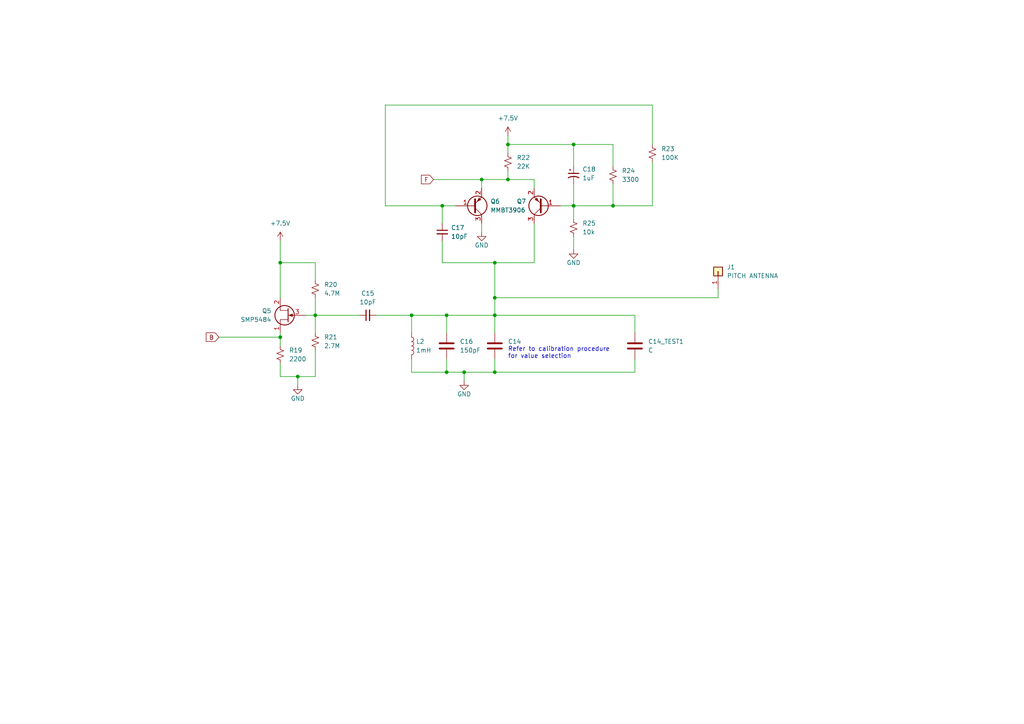
<source format=kicad_sch>
(kicad_sch (version 20211123) (generator eeschema)

  (uuid b0c2739f-c3d0-4727-9db0-ad9894b43d95)

  (paper "A4")

  (lib_symbols
    (symbol "Connector_Generic:Conn_01x01" (pin_names (offset 1.016) hide) (in_bom yes) (on_board yes)
      (property "Reference" "J" (id 0) (at 0 2.54 0)
        (effects (font (size 1.27 1.27)))
      )
      (property "Value" "Conn_01x01" (id 1) (at 0 -2.54 0)
        (effects (font (size 1.27 1.27)))
      )
      (property "Footprint" "" (id 2) (at 0 0 0)
        (effects (font (size 1.27 1.27)) hide)
      )
      (property "Datasheet" "~" (id 3) (at 0 0 0)
        (effects (font (size 1.27 1.27)) hide)
      )
      (property "ki_keywords" "connector" (id 4) (at 0 0 0)
        (effects (font (size 1.27 1.27)) hide)
      )
      (property "ki_description" "Generic connector, single row, 01x01, script generated (kicad-library-utils/schlib/autogen/connector/)" (id 5) (at 0 0 0)
        (effects (font (size 1.27 1.27)) hide)
      )
      (property "ki_fp_filters" "Connector*:*_1x??_*" (id 6) (at 0 0 0)
        (effects (font (size 1.27 1.27)) hide)
      )
      (symbol "Conn_01x01_1_1"
        (rectangle (start -1.27 0.127) (end 0 -0.127)
          (stroke (width 0.1524) (type default) (color 0 0 0 0))
          (fill (type none))
        )
        (rectangle (start -1.27 1.27) (end 1.27 -1.27)
          (stroke (width 0.254) (type default) (color 0 0 0 0))
          (fill (type background))
        )
        (pin passive line (at -5.08 0 0) (length 3.81)
          (name "Pin_1" (effects (font (size 1.27 1.27))))
          (number "1" (effects (font (size 1.27 1.27))))
        )
      )
    )
    (symbol "Device:C" (pin_numbers hide) (pin_names (offset 0.254)) (in_bom yes) (on_board yes)
      (property "Reference" "C" (id 0) (at 0.635 2.54 0)
        (effects (font (size 1.27 1.27)) (justify left))
      )
      (property "Value" "C" (id 1) (at 0.635 -2.54 0)
        (effects (font (size 1.27 1.27)) (justify left))
      )
      (property "Footprint" "" (id 2) (at 0.9652 -3.81 0)
        (effects (font (size 1.27 1.27)) hide)
      )
      (property "Datasheet" "~" (id 3) (at 0 0 0)
        (effects (font (size 1.27 1.27)) hide)
      )
      (property "ki_keywords" "cap capacitor" (id 4) (at 0 0 0)
        (effects (font (size 1.27 1.27)) hide)
      )
      (property "ki_description" "Unpolarized capacitor" (id 5) (at 0 0 0)
        (effects (font (size 1.27 1.27)) hide)
      )
      (property "ki_fp_filters" "C_*" (id 6) (at 0 0 0)
        (effects (font (size 1.27 1.27)) hide)
      )
      (symbol "C_0_1"
        (polyline
          (pts
            (xy -2.032 -0.762)
            (xy 2.032 -0.762)
          )
          (stroke (width 0.508) (type default) (color 0 0 0 0))
          (fill (type none))
        )
        (polyline
          (pts
            (xy -2.032 0.762)
            (xy 2.032 0.762)
          )
          (stroke (width 0.508) (type default) (color 0 0 0 0))
          (fill (type none))
        )
      )
      (symbol "C_1_1"
        (pin passive line (at 0 3.81 270) (length 2.794)
          (name "~" (effects (font (size 1.27 1.27))))
          (number "1" (effects (font (size 1.27 1.27))))
        )
        (pin passive line (at 0 -3.81 90) (length 2.794)
          (name "~" (effects (font (size 1.27 1.27))))
          (number "2" (effects (font (size 1.27 1.27))))
        )
      )
    )
    (symbol "Device:C_Polarized_Small_US" (pin_numbers hide) (pin_names (offset 0.254) hide) (in_bom yes) (on_board yes)
      (property "Reference" "C" (id 0) (at 0.254 1.778 0)
        (effects (font (size 1.27 1.27)) (justify left))
      )
      (property "Value" "C_Polarized_Small_US" (id 1) (at 0.254 -2.032 0)
        (effects (font (size 1.27 1.27)) (justify left))
      )
      (property "Footprint" "" (id 2) (at 0 0 0)
        (effects (font (size 1.27 1.27)) hide)
      )
      (property "Datasheet" "~" (id 3) (at 0 0 0)
        (effects (font (size 1.27 1.27)) hide)
      )
      (property "ki_keywords" "cap capacitor" (id 4) (at 0 0 0)
        (effects (font (size 1.27 1.27)) hide)
      )
      (property "ki_description" "Polarized capacitor, small US symbol" (id 5) (at 0 0 0)
        (effects (font (size 1.27 1.27)) hide)
      )
      (property "ki_fp_filters" "CP_*" (id 6) (at 0 0 0)
        (effects (font (size 1.27 1.27)) hide)
      )
      (symbol "C_Polarized_Small_US_0_1"
        (polyline
          (pts
            (xy -1.524 0.508)
            (xy 1.524 0.508)
          )
          (stroke (width 0.3048) (type default) (color 0 0 0 0))
          (fill (type none))
        )
        (polyline
          (pts
            (xy -1.27 1.524)
            (xy -0.762 1.524)
          )
          (stroke (width 0) (type default) (color 0 0 0 0))
          (fill (type none))
        )
        (polyline
          (pts
            (xy -1.016 1.27)
            (xy -1.016 1.778)
          )
          (stroke (width 0) (type default) (color 0 0 0 0))
          (fill (type none))
        )
        (arc (start 1.524 -0.762) (mid 0 -0.3734) (end -1.524 -0.762)
          (stroke (width 0.3048) (type default) (color 0 0 0 0))
          (fill (type none))
        )
      )
      (symbol "C_Polarized_Small_US_1_1"
        (pin passive line (at 0 2.54 270) (length 2.032)
          (name "~" (effects (font (size 1.27 1.27))))
          (number "1" (effects (font (size 1.27 1.27))))
        )
        (pin passive line (at 0 -2.54 90) (length 2.032)
          (name "~" (effects (font (size 1.27 1.27))))
          (number "2" (effects (font (size 1.27 1.27))))
        )
      )
    )
    (symbol "Device:C_Small" (pin_numbers hide) (pin_names (offset 0.254) hide) (in_bom yes) (on_board yes)
      (property "Reference" "C" (id 0) (at 0.254 1.778 0)
        (effects (font (size 1.27 1.27)) (justify left))
      )
      (property "Value" "C_Small" (id 1) (at 0.254 -2.032 0)
        (effects (font (size 1.27 1.27)) (justify left))
      )
      (property "Footprint" "" (id 2) (at 0 0 0)
        (effects (font (size 1.27 1.27)) hide)
      )
      (property "Datasheet" "~" (id 3) (at 0 0 0)
        (effects (font (size 1.27 1.27)) hide)
      )
      (property "ki_keywords" "capacitor cap" (id 4) (at 0 0 0)
        (effects (font (size 1.27 1.27)) hide)
      )
      (property "ki_description" "Unpolarized capacitor, small symbol" (id 5) (at 0 0 0)
        (effects (font (size 1.27 1.27)) hide)
      )
      (property "ki_fp_filters" "C_*" (id 6) (at 0 0 0)
        (effects (font (size 1.27 1.27)) hide)
      )
      (symbol "C_Small_0_1"
        (polyline
          (pts
            (xy -1.524 -0.508)
            (xy 1.524 -0.508)
          )
          (stroke (width 0.3302) (type default) (color 0 0 0 0))
          (fill (type none))
        )
        (polyline
          (pts
            (xy -1.524 0.508)
            (xy 1.524 0.508)
          )
          (stroke (width 0.3048) (type default) (color 0 0 0 0))
          (fill (type none))
        )
      )
      (symbol "C_Small_1_1"
        (pin passive line (at 0 2.54 270) (length 2.032)
          (name "~" (effects (font (size 1.27 1.27))))
          (number "1" (effects (font (size 1.27 1.27))))
        )
        (pin passive line (at 0 -2.54 90) (length 2.032)
          (name "~" (effects (font (size 1.27 1.27))))
          (number "2" (effects (font (size 1.27 1.27))))
        )
      )
    )
    (symbol "Device:L" (pin_numbers hide) (pin_names (offset 1.016) hide) (in_bom yes) (on_board yes)
      (property "Reference" "L" (id 0) (at -1.27 0 90)
        (effects (font (size 1.27 1.27)))
      )
      (property "Value" "L" (id 1) (at 1.905 0 90)
        (effects (font (size 1.27 1.27)))
      )
      (property "Footprint" "" (id 2) (at 0 0 0)
        (effects (font (size 1.27 1.27)) hide)
      )
      (property "Datasheet" "~" (id 3) (at 0 0 0)
        (effects (font (size 1.27 1.27)) hide)
      )
      (property "ki_keywords" "inductor choke coil reactor magnetic" (id 4) (at 0 0 0)
        (effects (font (size 1.27 1.27)) hide)
      )
      (property "ki_description" "Inductor" (id 5) (at 0 0 0)
        (effects (font (size 1.27 1.27)) hide)
      )
      (property "ki_fp_filters" "Choke_* *Coil* Inductor_* L_*" (id 6) (at 0 0 0)
        (effects (font (size 1.27 1.27)) hide)
      )
      (symbol "L_0_1"
        (arc (start 0 -2.54) (mid 0.635 -1.905) (end 0 -1.27)
          (stroke (width 0) (type default) (color 0 0 0 0))
          (fill (type none))
        )
        (arc (start 0 -1.27) (mid 0.635 -0.635) (end 0 0)
          (stroke (width 0) (type default) (color 0 0 0 0))
          (fill (type none))
        )
        (arc (start 0 0) (mid 0.635 0.635) (end 0 1.27)
          (stroke (width 0) (type default) (color 0 0 0 0))
          (fill (type none))
        )
        (arc (start 0 1.27) (mid 0.635 1.905) (end 0 2.54)
          (stroke (width 0) (type default) (color 0 0 0 0))
          (fill (type none))
        )
      )
      (symbol "L_1_1"
        (pin passive line (at 0 3.81 270) (length 1.27)
          (name "1" (effects (font (size 1.27 1.27))))
          (number "1" (effects (font (size 1.27 1.27))))
        )
        (pin passive line (at 0 -3.81 90) (length 1.27)
          (name "2" (effects (font (size 1.27 1.27))))
          (number "2" (effects (font (size 1.27 1.27))))
        )
      )
    )
    (symbol "Device:Q_NJFET_SDG" (pin_names (offset 0) hide) (in_bom yes) (on_board yes)
      (property "Reference" "Q" (id 0) (at 5.08 1.27 0)
        (effects (font (size 1.27 1.27)) (justify left))
      )
      (property "Value" "Q_NJFET_SDG" (id 1) (at 5.08 -1.27 0)
        (effects (font (size 1.27 1.27)) (justify left))
      )
      (property "Footprint" "" (id 2) (at 5.08 2.54 0)
        (effects (font (size 1.27 1.27)) hide)
      )
      (property "Datasheet" "~" (id 3) (at 0 0 0)
        (effects (font (size 1.27 1.27)) hide)
      )
      (property "ki_keywords" "transistor NJFET N-JFET" (id 4) (at 0 0 0)
        (effects (font (size 1.27 1.27)) hide)
      )
      (property "ki_description" "N-JFET transistor, source/drain/gate" (id 5) (at 0 0 0)
        (effects (font (size 1.27 1.27)) hide)
      )
      (symbol "Q_NJFET_SDG_0_1"
        (polyline
          (pts
            (xy 0.254 1.905)
            (xy 0.254 -1.905)
            (xy 0.254 -1.905)
          )
          (stroke (width 0.254) (type default) (color 0 0 0 0))
          (fill (type none))
        )
        (polyline
          (pts
            (xy 2.54 -2.54)
            (xy 2.54 -1.27)
            (xy 0.254 -1.27)
          )
          (stroke (width 0) (type default) (color 0 0 0 0))
          (fill (type none))
        )
        (polyline
          (pts
            (xy 2.54 2.54)
            (xy 2.54 1.397)
            (xy 0.254 1.397)
          )
          (stroke (width 0) (type default) (color 0 0 0 0))
          (fill (type none))
        )
        (polyline
          (pts
            (xy 0 0)
            (xy -1.016 0.381)
            (xy -1.016 -0.381)
            (xy 0 0)
          )
          (stroke (width 0) (type default) (color 0 0 0 0))
          (fill (type outline))
        )
        (circle (center 1.27 0) (radius 2.8194)
          (stroke (width 0.254) (type default) (color 0 0 0 0))
          (fill (type none))
        )
      )
      (symbol "Q_NJFET_SDG_1_1"
        (pin passive line (at 2.54 -5.08 90) (length 2.54)
          (name "S" (effects (font (size 1.27 1.27))))
          (number "1" (effects (font (size 1.27 1.27))))
        )
        (pin passive line (at 2.54 5.08 270) (length 2.54)
          (name "D" (effects (font (size 1.27 1.27))))
          (number "2" (effects (font (size 1.27 1.27))))
        )
        (pin input line (at -5.08 0 0) (length 5.334)
          (name "G" (effects (font (size 1.27 1.27))))
          (number "3" (effects (font (size 1.27 1.27))))
        )
      )
    )
    (symbol "Device:R_Small_US" (pin_numbers hide) (pin_names (offset 0.254) hide) (in_bom yes) (on_board yes)
      (property "Reference" "R" (id 0) (at 0.762 0.508 0)
        (effects (font (size 1.27 1.27)) (justify left))
      )
      (property "Value" "R_Small_US" (id 1) (at 0.762 -1.016 0)
        (effects (font (size 1.27 1.27)) (justify left))
      )
      (property "Footprint" "" (id 2) (at 0 0 0)
        (effects (font (size 1.27 1.27)) hide)
      )
      (property "Datasheet" "~" (id 3) (at 0 0 0)
        (effects (font (size 1.27 1.27)) hide)
      )
      (property "ki_keywords" "r resistor" (id 4) (at 0 0 0)
        (effects (font (size 1.27 1.27)) hide)
      )
      (property "ki_description" "Resistor, small US symbol" (id 5) (at 0 0 0)
        (effects (font (size 1.27 1.27)) hide)
      )
      (property "ki_fp_filters" "R_*" (id 6) (at 0 0 0)
        (effects (font (size 1.27 1.27)) hide)
      )
      (symbol "R_Small_US_1_1"
        (polyline
          (pts
            (xy 0 0)
            (xy 1.016 -0.381)
            (xy 0 -0.762)
            (xy -1.016 -1.143)
            (xy 0 -1.524)
          )
          (stroke (width 0) (type default) (color 0 0 0 0))
          (fill (type none))
        )
        (polyline
          (pts
            (xy 0 1.524)
            (xy 1.016 1.143)
            (xy 0 0.762)
            (xy -1.016 0.381)
            (xy 0 0)
          )
          (stroke (width 0) (type default) (color 0 0 0 0))
          (fill (type none))
        )
        (pin passive line (at 0 2.54 270) (length 1.016)
          (name "~" (effects (font (size 1.27 1.27))))
          (number "1" (effects (font (size 1.27 1.27))))
        )
        (pin passive line (at 0 -2.54 90) (length 1.016)
          (name "~" (effects (font (size 1.27 1.27))))
          (number "2" (effects (font (size 1.27 1.27))))
        )
      )
    )
    (symbol "Transistor_BJT:MMBT3906" (pin_names (offset 0) hide) (in_bom yes) (on_board yes)
      (property "Reference" "Q" (id 0) (at 5.08 1.905 0)
        (effects (font (size 1.27 1.27)) (justify left))
      )
      (property "Value" "MMBT3906" (id 1) (at 5.08 0 0)
        (effects (font (size 1.27 1.27)) (justify left))
      )
      (property "Footprint" "Package_TO_SOT_SMD:SOT-23" (id 2) (at 5.08 -1.905 0)
        (effects (font (size 1.27 1.27) italic) (justify left) hide)
      )
      (property "Datasheet" "https://www.onsemi.com/pub/Collateral/2N3906-D.PDF" (id 3) (at 0 0 0)
        (effects (font (size 1.27 1.27)) (justify left) hide)
      )
      (property "ki_keywords" "PNP Transistor" (id 4) (at 0 0 0)
        (effects (font (size 1.27 1.27)) hide)
      )
      (property "ki_description" "-0.2A Ic, -40V Vce, Small Signal PNP Transistor, SOT-23" (id 5) (at 0 0 0)
        (effects (font (size 1.27 1.27)) hide)
      )
      (property "ki_fp_filters" "SOT?23*" (id 6) (at 0 0 0)
        (effects (font (size 1.27 1.27)) hide)
      )
      (symbol "MMBT3906_0_1"
        (polyline
          (pts
            (xy 0.635 0.635)
            (xy 2.54 2.54)
          )
          (stroke (width 0) (type default) (color 0 0 0 0))
          (fill (type none))
        )
        (polyline
          (pts
            (xy 0.635 -0.635)
            (xy 2.54 -2.54)
            (xy 2.54 -2.54)
          )
          (stroke (width 0) (type default) (color 0 0 0 0))
          (fill (type none))
        )
        (polyline
          (pts
            (xy 0.635 1.905)
            (xy 0.635 -1.905)
            (xy 0.635 -1.905)
          )
          (stroke (width 0.508) (type default) (color 0 0 0 0))
          (fill (type none))
        )
        (polyline
          (pts
            (xy 2.286 -1.778)
            (xy 1.778 -2.286)
            (xy 1.27 -1.27)
            (xy 2.286 -1.778)
            (xy 2.286 -1.778)
          )
          (stroke (width 0) (type default) (color 0 0 0 0))
          (fill (type outline))
        )
        (circle (center 1.27 0) (radius 2.8194)
          (stroke (width 0.254) (type default) (color 0 0 0 0))
          (fill (type none))
        )
      )
      (symbol "MMBT3906_1_1"
        (pin input line (at -5.08 0 0) (length 5.715)
          (name "B" (effects (font (size 1.27 1.27))))
          (number "1" (effects (font (size 1.27 1.27))))
        )
        (pin passive line (at 2.54 -5.08 90) (length 2.54)
          (name "E" (effects (font (size 1.27 1.27))))
          (number "2" (effects (font (size 1.27 1.27))))
        )
        (pin passive line (at 2.54 5.08 270) (length 2.54)
          (name "C" (effects (font (size 1.27 1.27))))
          (number "3" (effects (font (size 1.27 1.27))))
        )
      )
    )
    (symbol "power:+7.5V" (power) (pin_names (offset 0)) (in_bom yes) (on_board yes)
      (property "Reference" "#PWR" (id 0) (at 0 -3.81 0)
        (effects (font (size 1.27 1.27)) hide)
      )
      (property "Value" "+7.5V" (id 1) (at 0 3.556 0)
        (effects (font (size 1.27 1.27)))
      )
      (property "Footprint" "" (id 2) (at 0 0 0)
        (effects (font (size 1.27 1.27)) hide)
      )
      (property "Datasheet" "" (id 3) (at 0 0 0)
        (effects (font (size 1.27 1.27)) hide)
      )
      (property "ki_keywords" "power-flag" (id 4) (at 0 0 0)
        (effects (font (size 1.27 1.27)) hide)
      )
      (property "ki_description" "Power symbol creates a global label with name \"+7.5V\"" (id 5) (at 0 0 0)
        (effects (font (size 1.27 1.27)) hide)
      )
      (symbol "+7.5V_0_1"
        (polyline
          (pts
            (xy -0.762 1.27)
            (xy 0 2.54)
          )
          (stroke (width 0) (type default) (color 0 0 0 0))
          (fill (type none))
        )
        (polyline
          (pts
            (xy 0 0)
            (xy 0 2.54)
          )
          (stroke (width 0) (type default) (color 0 0 0 0))
          (fill (type none))
        )
        (polyline
          (pts
            (xy 0 2.54)
            (xy 0.762 1.27)
          )
          (stroke (width 0) (type default) (color 0 0 0 0))
          (fill (type none))
        )
      )
      (symbol "+7.5V_1_1"
        (pin power_in line (at 0 0 90) (length 0) hide
          (name "+7.5V" (effects (font (size 1.27 1.27))))
          (number "1" (effects (font (size 1.27 1.27))))
        )
      )
    )
    (symbol "power:GND" (power) (pin_names (offset 0)) (in_bom yes) (on_board yes)
      (property "Reference" "#PWR" (id 0) (at 0 -6.35 0)
        (effects (font (size 1.27 1.27)) hide)
      )
      (property "Value" "GND" (id 1) (at 0 -3.81 0)
        (effects (font (size 1.27 1.27)))
      )
      (property "Footprint" "" (id 2) (at 0 0 0)
        (effects (font (size 1.27 1.27)) hide)
      )
      (property "Datasheet" "" (id 3) (at 0 0 0)
        (effects (font (size 1.27 1.27)) hide)
      )
      (property "ki_keywords" "power-flag" (id 4) (at 0 0 0)
        (effects (font (size 1.27 1.27)) hide)
      )
      (property "ki_description" "Power symbol creates a global label with name \"GND\" , ground" (id 5) (at 0 0 0)
        (effects (font (size 1.27 1.27)) hide)
      )
      (symbol "GND_0_1"
        (polyline
          (pts
            (xy 0 0)
            (xy 0 -1.27)
            (xy 1.27 -1.27)
            (xy 0 -2.54)
            (xy -1.27 -1.27)
            (xy 0 -1.27)
          )
          (stroke (width 0) (type default) (color 0 0 0 0))
          (fill (type none))
        )
      )
      (symbol "GND_1_1"
        (pin power_in line (at 0 0 270) (length 0) hide
          (name "GND" (effects (font (size 1.27 1.27))))
          (number "1" (effects (font (size 1.27 1.27))))
        )
      )
    )
  )

  (junction (at 177.8 59.69) (diameter 0) (color 0 0 0 0)
    (uuid 072b5fc2-bbe2-4d58-bef8-d0439391050d)
  )
  (junction (at 86.36 109.22) (diameter 0) (color 0 0 0 0)
    (uuid 088d85b0-69db-4b01-ba90-10065971dcd8)
  )
  (junction (at 143.51 107.95) (diameter 0) (color 0 0 0 0)
    (uuid 41185cfa-02f9-4c25-8592-821abfcd4c1a)
  )
  (junction (at 166.37 59.69) (diameter 0) (color 0 0 0 0)
    (uuid 46b26fb3-5388-4cb5-a4af-0a03570908d6)
  )
  (junction (at 147.32 41.91) (diameter 0) (color 0 0 0 0)
    (uuid 6fecd63b-f61f-445d-9ce2-d9b24637d7df)
  )
  (junction (at 134.62 107.95) (diameter 0) (color 0 0 0 0)
    (uuid 7754606c-b0c0-4ac1-ab2f-4f822c6aceec)
  )
  (junction (at 128.27 59.69) (diameter 0) (color 0 0 0 0)
    (uuid 8b2f6969-da09-48d1-8875-99d69ca5ae35)
  )
  (junction (at 147.32 52.07) (diameter 0) (color 0 0 0 0)
    (uuid a33e6e21-69f8-4037-ae49-769ce3523cef)
  )
  (junction (at 81.28 97.79) (diameter 0) (color 0 0 0 0)
    (uuid a8a2e84a-c297-487b-9bf6-aa7987a561be)
  )
  (junction (at 166.37 41.91) (diameter 0) (color 0 0 0 0)
    (uuid bd2b2f9b-561a-48ae-9a17-1f866e2403ae)
  )
  (junction (at 143.51 91.44) (diameter 0) (color 0 0 0 0)
    (uuid c29c0c6f-a93e-4d02-9a1b-dd75ee7cff44)
  )
  (junction (at 143.51 76.2) (diameter 0) (color 0 0 0 0)
    (uuid c3ae7914-cfc6-4f70-bc27-2c578778c0b1)
  )
  (junction (at 81.28 76.2) (diameter 0) (color 0 0 0 0)
    (uuid c7ae9bae-2f77-44d8-bb06-ab3b1b5c6338)
  )
  (junction (at 91.44 91.44) (diameter 0) (color 0 0 0 0)
    (uuid d3e67c9c-7672-422b-814b-1e62d6d69990)
  )
  (junction (at 119.38 91.44) (diameter 0) (color 0 0 0 0)
    (uuid d4983da6-062d-4d9d-b12c-33bf20b1fdd4)
  )
  (junction (at 129.54 107.95) (diameter 0) (color 0 0 0 0)
    (uuid d64fc9e0-063a-40a7-b0c4-0b0fbd78d7ee)
  )
  (junction (at 139.7 52.07) (diameter 0) (color 0 0 0 0)
    (uuid e372afb2-cfe9-466f-a7c5-1eb2542ceeb2)
  )
  (junction (at 143.51 86.36) (diameter 0) (color 0 0 0 0)
    (uuid e9dc3843-428b-4a2b-b9c9-be15b9bb3934)
  )
  (junction (at 129.54 91.44) (diameter 0) (color 0 0 0 0)
    (uuid ffc0f3a4-7839-4add-a937-c41f0d9b9c75)
  )

  (wire (pts (xy 139.7 54.61) (xy 139.7 52.07))
    (stroke (width 0) (type default) (color 0 0 0 0))
    (uuid 01dd2472-1208-47cf-a3bd-5d95515ad8a1)
  )
  (wire (pts (xy 91.44 86.36) (xy 91.44 91.44))
    (stroke (width 0) (type default) (color 0 0 0 0))
    (uuid 0238c1a0-f6ba-47da-b758-3bad46ad04ec)
  )
  (wire (pts (xy 91.44 81.28) (xy 91.44 76.2))
    (stroke (width 0) (type default) (color 0 0 0 0))
    (uuid 0e5d42f8-d931-4da0-a662-20b84ed0fb7d)
  )
  (wire (pts (xy 189.23 30.48) (xy 111.76 30.48))
    (stroke (width 0) (type default) (color 0 0 0 0))
    (uuid 0e9bc375-7b9e-4177-a5ce-839fd65a02b7)
  )
  (wire (pts (xy 143.51 76.2) (xy 143.51 86.36))
    (stroke (width 0) (type default) (color 0 0 0 0))
    (uuid 0f05da38-c00c-45cb-ad41-fb50782574e1)
  )
  (wire (pts (xy 128.27 59.69) (xy 132.08 59.69))
    (stroke (width 0) (type default) (color 0 0 0 0))
    (uuid 13371222-9683-4436-b1d7-c7f5e23079c5)
  )
  (wire (pts (xy 139.7 64.77) (xy 139.7 67.31))
    (stroke (width 0) (type default) (color 0 0 0 0))
    (uuid 17599046-d2e5-4519-b8ed-1855d7f67f03)
  )
  (wire (pts (xy 147.32 41.91) (xy 147.32 44.45))
    (stroke (width 0) (type default) (color 0 0 0 0))
    (uuid 196a6b3e-3e5f-4816-bca6-951c485e4b9b)
  )
  (wire (pts (xy 177.8 41.91) (xy 177.8 48.26))
    (stroke (width 0) (type default) (color 0 0 0 0))
    (uuid 19d68ae3-421b-4a81-977c-d8e655cd137a)
  )
  (wire (pts (xy 184.15 96.52) (xy 184.15 91.44))
    (stroke (width 0) (type default) (color 0 0 0 0))
    (uuid 20dee12a-b5ae-4b74-ad89-dbd813d8bb0e)
  )
  (wire (pts (xy 189.23 41.91) (xy 189.23 30.48))
    (stroke (width 0) (type default) (color 0 0 0 0))
    (uuid 223d6a0c-4e8a-4213-8726-e1e28736818e)
  )
  (wire (pts (xy 119.38 91.44) (xy 129.54 91.44))
    (stroke (width 0) (type default) (color 0 0 0 0))
    (uuid 2251a7ae-686e-4a64-b008-195dfc8e4f33)
  )
  (wire (pts (xy 91.44 91.44) (xy 91.44 96.52))
    (stroke (width 0) (type default) (color 0 0 0 0))
    (uuid 2e454816-488a-4610-a1cd-27d21ec0289c)
  )
  (wire (pts (xy 81.28 105.41) (xy 81.28 109.22))
    (stroke (width 0) (type default) (color 0 0 0 0))
    (uuid 347b6f4d-bf38-4672-ba31-37f5e1e072db)
  )
  (wire (pts (xy 166.37 59.69) (xy 166.37 53.34))
    (stroke (width 0) (type default) (color 0 0 0 0))
    (uuid 36f1dda9-df9d-47f3-9153-4f002ff16952)
  )
  (wire (pts (xy 162.56 59.69) (xy 166.37 59.69))
    (stroke (width 0) (type default) (color 0 0 0 0))
    (uuid 3c65d3b4-8f0d-4c00-95a9-73141e902ada)
  )
  (wire (pts (xy 86.36 109.22) (xy 81.28 109.22))
    (stroke (width 0) (type default) (color 0 0 0 0))
    (uuid 3fe31d5f-f225-44e0-b56d-84e47bfbe436)
  )
  (wire (pts (xy 166.37 41.91) (xy 147.32 41.91))
    (stroke (width 0) (type default) (color 0 0 0 0))
    (uuid 4a781ac2-80c8-43c1-a71f-0ad1d033c499)
  )
  (wire (pts (xy 143.51 76.2) (xy 154.94 76.2))
    (stroke (width 0) (type default) (color 0 0 0 0))
    (uuid 533577e0-0cb2-49fe-b2f7-9757ca2ddef2)
  )
  (wire (pts (xy 81.28 69.85) (xy 81.28 76.2))
    (stroke (width 0) (type default) (color 0 0 0 0))
    (uuid 5581bb2d-2420-4c1e-85ac-55a55eba86bb)
  )
  (wire (pts (xy 111.76 30.48) (xy 111.76 59.69))
    (stroke (width 0) (type default) (color 0 0 0 0))
    (uuid 57a4fe5a-dcda-4f21-9f37-8bf165736b98)
  )
  (wire (pts (xy 129.54 107.95) (xy 119.38 107.95))
    (stroke (width 0) (type default) (color 0 0 0 0))
    (uuid 611e4e25-32fd-4d57-98df-afddee43b040)
  )
  (wire (pts (xy 129.54 91.44) (xy 129.54 96.52))
    (stroke (width 0) (type default) (color 0 0 0 0))
    (uuid 628f2604-43d3-43f6-b304-ff4ee7565b4c)
  )
  (wire (pts (xy 177.8 53.34) (xy 177.8 59.69))
    (stroke (width 0) (type default) (color 0 0 0 0))
    (uuid 69bf1b72-9c53-42ac-a4c8-e46fc3f8f05a)
  )
  (wire (pts (xy 184.15 104.14) (xy 184.15 107.95))
    (stroke (width 0) (type default) (color 0 0 0 0))
    (uuid 6c491efc-002a-4d87-abe7-09aa09f2e0a9)
  )
  (wire (pts (xy 134.62 107.95) (xy 134.62 110.49))
    (stroke (width 0) (type default) (color 0 0 0 0))
    (uuid 6d9b9a3e-a397-47ce-ba12-9f4b755ce580)
  )
  (wire (pts (xy 134.62 107.95) (xy 129.54 107.95))
    (stroke (width 0) (type default) (color 0 0 0 0))
    (uuid 6e398338-53b5-48cd-9a16-8f33830a0518)
  )
  (wire (pts (xy 128.27 69.85) (xy 128.27 76.2))
    (stroke (width 0) (type default) (color 0 0 0 0))
    (uuid 72b7a44f-8473-431b-aced-a111eacb2e49)
  )
  (wire (pts (xy 166.37 59.69) (xy 166.37 63.5))
    (stroke (width 0) (type default) (color 0 0 0 0))
    (uuid 78c95acd-0410-4bd5-aa29-1e146048862f)
  )
  (wire (pts (xy 109.22 91.44) (xy 119.38 91.44))
    (stroke (width 0) (type default) (color 0 0 0 0))
    (uuid 8205c2cd-f6da-4e13-a9b8-6a7e8ede2577)
  )
  (wire (pts (xy 154.94 64.77) (xy 154.94 76.2))
    (stroke (width 0) (type default) (color 0 0 0 0))
    (uuid 874776cd-5dc0-4886-98f3-4a260aae163a)
  )
  (wire (pts (xy 166.37 41.91) (xy 166.37 48.26))
    (stroke (width 0) (type default) (color 0 0 0 0))
    (uuid 87ad68f3-56db-4391-914f-e519c15b65c6)
  )
  (wire (pts (xy 143.51 91.44) (xy 143.51 96.52))
    (stroke (width 0) (type default) (color 0 0 0 0))
    (uuid 88042f93-672d-4338-8589-dd4bee9546ff)
  )
  (wire (pts (xy 91.44 109.22) (xy 86.36 109.22))
    (stroke (width 0) (type default) (color 0 0 0 0))
    (uuid 899cedaf-c466-492c-8d3d-f9c48521f2f1)
  )
  (wire (pts (xy 143.51 86.36) (xy 208.28 86.36))
    (stroke (width 0) (type default) (color 0 0 0 0))
    (uuid 9822ac3d-6e95-4ab3-80a4-21486832b74f)
  )
  (wire (pts (xy 147.32 52.07) (xy 154.94 52.07))
    (stroke (width 0) (type default) (color 0 0 0 0))
    (uuid 9b23bbc9-9429-4ee3-8a3a-45baf5a3a1be)
  )
  (wire (pts (xy 134.62 107.95) (xy 143.51 107.95))
    (stroke (width 0) (type default) (color 0 0 0 0))
    (uuid a3708288-f0d8-4027-9aab-2fd2f671d4a3)
  )
  (wire (pts (xy 129.54 91.44) (xy 143.51 91.44))
    (stroke (width 0) (type default) (color 0 0 0 0))
    (uuid a79708ee-d067-4bec-8f3f-ccf92541aaeb)
  )
  (wire (pts (xy 81.28 97.79) (xy 81.28 100.33))
    (stroke (width 0) (type default) (color 0 0 0 0))
    (uuid b23b916a-09a8-4b31-a18f-c1711e0ea1f1)
  )
  (wire (pts (xy 143.51 76.2) (xy 128.27 76.2))
    (stroke (width 0) (type default) (color 0 0 0 0))
    (uuid b88e45e3-1f0d-49ee-8a90-5b2877e3ed2e)
  )
  (wire (pts (xy 208.28 83.82) (xy 208.28 86.36))
    (stroke (width 0) (type default) (color 0 0 0 0))
    (uuid c26d0b31-064e-416a-a2d1-036e2db77917)
  )
  (wire (pts (xy 88.9 91.44) (xy 91.44 91.44))
    (stroke (width 0) (type default) (color 0 0 0 0))
    (uuid c2c1de78-afcb-4862-b4af-85b45026eb68)
  )
  (wire (pts (xy 125.73 52.07) (xy 139.7 52.07))
    (stroke (width 0) (type default) (color 0 0 0 0))
    (uuid c48e99dc-81ae-4d2f-aa9a-8e2f467b69ab)
  )
  (wire (pts (xy 189.23 59.69) (xy 189.23 46.99))
    (stroke (width 0) (type default) (color 0 0 0 0))
    (uuid c4959213-13ea-4678-9044-f5506369825c)
  )
  (wire (pts (xy 91.44 76.2) (xy 81.28 76.2))
    (stroke (width 0) (type default) (color 0 0 0 0))
    (uuid c78e63a1-b6a7-436e-9e68-3fde30a0a836)
  )
  (wire (pts (xy 119.38 107.95) (xy 119.38 104.14))
    (stroke (width 0) (type default) (color 0 0 0 0))
    (uuid cbe78889-83ca-490f-80e1-c146364bbd86)
  )
  (wire (pts (xy 143.51 104.14) (xy 143.51 107.95))
    (stroke (width 0) (type default) (color 0 0 0 0))
    (uuid cc0e1f35-08c4-4bb4-a351-28cdac7cf814)
  )
  (wire (pts (xy 129.54 104.14) (xy 129.54 107.95))
    (stroke (width 0) (type default) (color 0 0 0 0))
    (uuid cd4b0953-23bf-4cef-b8fd-06e7d758f3f6)
  )
  (wire (pts (xy 147.32 49.53) (xy 147.32 52.07))
    (stroke (width 0) (type default) (color 0 0 0 0))
    (uuid ce590cb6-b6b2-40ae-807b-79e60c9a9268)
  )
  (wire (pts (xy 143.51 86.36) (xy 143.51 91.44))
    (stroke (width 0) (type default) (color 0 0 0 0))
    (uuid dad47050-5137-48c2-943f-feff37782a99)
  )
  (wire (pts (xy 128.27 64.77) (xy 128.27 59.69))
    (stroke (width 0) (type default) (color 0 0 0 0))
    (uuid dbe4297e-d2d4-428c-93be-5ddb72e13ff4)
  )
  (wire (pts (xy 154.94 52.07) (xy 154.94 54.61))
    (stroke (width 0) (type default) (color 0 0 0 0))
    (uuid df343114-678b-42e7-ad3e-adf914f203e0)
  )
  (wire (pts (xy 177.8 59.69) (xy 166.37 59.69))
    (stroke (width 0) (type default) (color 0 0 0 0))
    (uuid df746e69-581c-4917-9508-da9810b306d0)
  )
  (wire (pts (xy 166.37 41.91) (xy 177.8 41.91))
    (stroke (width 0) (type default) (color 0 0 0 0))
    (uuid e31027b1-1c89-4ad1-ac15-f8b12b128927)
  )
  (wire (pts (xy 177.8 59.69) (xy 189.23 59.69))
    (stroke (width 0) (type default) (color 0 0 0 0))
    (uuid e7d50895-6f39-429c-94d7-f000fff80cb9)
  )
  (wire (pts (xy 119.38 96.52) (xy 119.38 91.44))
    (stroke (width 0) (type default) (color 0 0 0 0))
    (uuid e7f7e1c3-1992-4ad6-b3b3-b69f75230b26)
  )
  (wire (pts (xy 86.36 109.22) (xy 86.36 111.76))
    (stroke (width 0) (type default) (color 0 0 0 0))
    (uuid eabc6b8e-c8ec-4dc8-9a1d-bfcf5a1ba416)
  )
  (wire (pts (xy 184.15 91.44) (xy 143.51 91.44))
    (stroke (width 0) (type default) (color 0 0 0 0))
    (uuid ed4ae750-23b3-4cc0-a339-f9ea46f0c1cd)
  )
  (wire (pts (xy 111.76 59.69) (xy 128.27 59.69))
    (stroke (width 0) (type default) (color 0 0 0 0))
    (uuid f06ddce0-ef86-44e7-98ec-99315165ae60)
  )
  (wire (pts (xy 143.51 107.95) (xy 184.15 107.95))
    (stroke (width 0) (type default) (color 0 0 0 0))
    (uuid f1436ec2-c933-4ab8-ba0d-33603b0bd677)
  )
  (wire (pts (xy 63.5 97.79) (xy 81.28 97.79))
    (stroke (width 0) (type default) (color 0 0 0 0))
    (uuid f17a053b-f230-4adc-90be-b3faceb7df5d)
  )
  (wire (pts (xy 91.44 91.44) (xy 104.14 91.44))
    (stroke (width 0) (type default) (color 0 0 0 0))
    (uuid f1d69bd6-f3b3-42fa-9dd8-c44a3d7c85f6)
  )
  (wire (pts (xy 139.7 52.07) (xy 147.32 52.07))
    (stroke (width 0) (type default) (color 0 0 0 0))
    (uuid f2abdbb0-ad64-44b1-b2f7-609c2f23fdb4)
  )
  (wire (pts (xy 81.28 76.2) (xy 81.28 86.36))
    (stroke (width 0) (type default) (color 0 0 0 0))
    (uuid f769e443-855a-49df-aeb3-c521f0fe7a5b)
  )
  (wire (pts (xy 81.28 96.52) (xy 81.28 97.79))
    (stroke (width 0) (type default) (color 0 0 0 0))
    (uuid f7f8f1dc-5b6b-4ff1-a45f-608adb74b633)
  )
  (wire (pts (xy 91.44 101.6) (xy 91.44 109.22))
    (stroke (width 0) (type default) (color 0 0 0 0))
    (uuid f84279d7-c42e-4f88-a6f3-959ee03b2401)
  )
  (wire (pts (xy 166.37 68.58) (xy 166.37 72.39))
    (stroke (width 0) (type default) (color 0 0 0 0))
    (uuid f8f93ca1-11a4-47f5-9f7e-4a1cf272e296)
  )
  (wire (pts (xy 147.32 39.37) (xy 147.32 41.91))
    (stroke (width 0) (type default) (color 0 0 0 0))
    (uuid ffdb3aff-8f03-4888-8ed1-3c3b6dc7cc33)
  )

  (text "Refer to calibration procedure\nfor value selection"
    (at 147.32 104.14 0)
    (effects (font (size 1.27 1.27)) (justify left bottom))
    (uuid 41f88780-ae7d-4c53-958a-eff7b45c5f48)
  )

  (global_label "B" (shape input) (at 63.5 97.79 180) (fields_autoplaced)
    (effects (font (size 1.27 1.27)) (justify right))
    (uuid 6f19fcaf-7848-42fe-8f32-1e508c17ef3d)
    (property "Intersheet References" "${INTERSHEET_REFS}" (id 0) (at 59.8169 97.7106 0)
      (effects (font (size 1.27 1.27)) (justify right) hide)
    )
  )
  (global_label "F" (shape input) (at 125.73 52.07 180) (fields_autoplaced)
    (effects (font (size 1.27 1.27)) (justify right))
    (uuid ce261a3d-74f2-4e95-a223-f4fba0a02322)
    (property "Intersheet References" "${INTERSHEET_REFS}" (id 0) (at 122.2283 51.9906 0)
      (effects (font (size 1.27 1.27)) (justify right) hide)
    )
  )

  (symbol (lib_id "power:+7.5V") (at 147.32 39.37 0) (unit 1)
    (in_bom yes) (on_board yes) (fields_autoplaced)
    (uuid 028d6a3b-e0a1-4c44-b269-3fc6f5f1930a)
    (property "Reference" "#PWR0115" (id 0) (at 147.32 43.18 0)
      (effects (font (size 1.27 1.27)) hide)
    )
    (property "Value" "+7.5V" (id 1) (at 147.32 34.29 0))
    (property "Footprint" "" (id 2) (at 147.32 39.37 0)
      (effects (font (size 1.27 1.27)) hide)
    )
    (property "Datasheet" "" (id 3) (at 147.32 39.37 0)
      (effects (font (size 1.27 1.27)) hide)
    )
    (pin "1" (uuid 62924ed5-7066-4c94-8242-68a8c84c0452))
  )

  (symbol (lib_id "Device:R_Small_US") (at 81.28 102.87 0) (unit 1)
    (in_bom yes) (on_board yes) (fields_autoplaced)
    (uuid 0ffd4d49-41eb-47fb-967e-798711547171)
    (property "Reference" "R19" (id 0) (at 83.82 101.5999 0)
      (effects (font (size 1.27 1.27)) (justify left))
    )
    (property "Value" "2200" (id 1) (at 83.82 104.1399 0)
      (effects (font (size 1.27 1.27)) (justify left))
    )
    (property "Footprint" "Resistor_SMD:R_0603_1608Metric" (id 2) (at 81.28 102.87 0)
      (effects (font (size 1.27 1.27)) hide)
    )
    (property "Datasheet" "https://www.mouser.com/ProductDetail/603-RC0603FR-102K2L" (id 3) (at 81.28 102.87 0)
      (effects (font (size 1.27 1.27)) hide)
    )
    (property "Spice_Netlist_Enabled" "N" (id 4) (at 81.28 102.87 0)
      (effects (font (size 1.27 1.27)) hide)
    )
    (pin "1" (uuid 67172faa-4bda-49c4-84a5-284b8bdf1eaf))
    (pin "2" (uuid f5995745-b6b7-4a02-9453-7905c363431e))
  )

  (symbol (lib_id "Device:L") (at 119.38 100.33 0) (unit 1)
    (in_bom yes) (on_board yes)
    (uuid 12ba4890-a485-440b-86e2-c15a9f78e67f)
    (property "Reference" "L2" (id 0) (at 120.65 99.0599 0)
      (effects (font (size 1.27 1.27)) (justify left))
    )
    (property "Value" "1mH" (id 1) (at 120.65 101.5999 0)
      (effects (font (size 1.27 1.27)) (justify left))
    )
    (property "Footprint" "Theremin:Delevan_5022R" (id 2) (at 119.38 100.33 0)
      (effects (font (size 1.27 1.27)) hide)
    )
    (property "Datasheet" "https://www.mouser.com/ProductDetail/807-5022R-102J" (id 3) (at 119.38 100.33 0)
      (effects (font (size 1.27 1.27)) hide)
    )
    (property "Spice_Netlist_Enabled" "N" (id 4) (at 119.38 100.33 0)
      (effects (font (size 1.27 1.27)) hide)
    )
    (pin "1" (uuid 294c4ba4-0e70-4725-a9af-dbe6a1335384))
    (pin "2" (uuid 5177274f-4fc5-4be8-a178-84441ea84da6))
  )

  (symbol (lib_id "Device:R_Small_US") (at 189.23 44.45 0) (unit 1)
    (in_bom yes) (on_board yes) (fields_autoplaced)
    (uuid 146c92fc-9efb-41dd-a5fd-a09ade611e76)
    (property "Reference" "R23" (id 0) (at 191.77 43.1799 0)
      (effects (font (size 1.27 1.27)) (justify left))
    )
    (property "Value" "100K" (id 1) (at 191.77 45.7199 0)
      (effects (font (size 1.27 1.27)) (justify left))
    )
    (property "Footprint" "Resistor_SMD:R_0603_1608Metric" (id 2) (at 189.23 44.45 0)
      (effects (font (size 1.27 1.27)) hide)
    )
    (property "Datasheet" "https://www.mouser.com/ProductDetail/603-RC0603FR-07100KL" (id 3) (at 189.23 44.45 0)
      (effects (font (size 1.27 1.27)) hide)
    )
    (property "Spice_Netlist_Enabled" "N" (id 4) (at 189.23 44.45 0)
      (effects (font (size 1.27 1.27)) hide)
    )
    (pin "1" (uuid e062e857-1093-4f92-989c-f92c801aaade))
    (pin "2" (uuid 6d0a6788-00f9-4eb9-ac39-c8ef7240a3c8))
  )

  (symbol (lib_id "Device:R_Small_US") (at 166.37 66.04 0) (unit 1)
    (in_bom yes) (on_board yes) (fields_autoplaced)
    (uuid 14efffde-888b-4b19-8916-b196394c5ba0)
    (property "Reference" "R25" (id 0) (at 168.91 64.7699 0)
      (effects (font (size 1.27 1.27)) (justify left))
    )
    (property "Value" "10k" (id 1) (at 168.91 67.3099 0)
      (effects (font (size 1.27 1.27)) (justify left))
    )
    (property "Footprint" "Resistor_SMD:R_0603_1608Metric" (id 2) (at 166.37 66.04 0)
      (effects (font (size 1.27 1.27)) hide)
    )
    (property "Datasheet" "https://www.mouser.com/ProductDetail/603-RC0603FR-0710KL" (id 3) (at 166.37 66.04 0)
      (effects (font (size 1.27 1.27)) hide)
    )
    (property "Spice_Netlist_Enabled" "N" (id 4) (at 166.37 66.04 0)
      (effects (font (size 1.27 1.27)) hide)
    )
    (pin "1" (uuid e78aca49-e9d9-42ed-a91b-99037df3dcef))
    (pin "2" (uuid b57ae2ae-ed6a-4691-94ef-ac7836cb88be))
  )

  (symbol (lib_id "Transistor_BJT:MMBT3906") (at 157.48 59.69 180) (unit 1)
    (in_bom yes) (on_board yes)
    (uuid 2c059316-8b43-4d67-9899-fd6facc25e20)
    (property "Reference" "Q7" (id 0) (at 149.86 58.42 0)
      (effects (font (size 1.27 1.27)) (justify right))
    )
    (property "Value" "MMBT3906" (id 1) (at 152.4 60.9599 0)
      (effects (font (size 1.27 1.27)) (justify left) hide)
    )
    (property "Footprint" "Package_TO_SOT_SMD:SOT-23" (id 2) (at 152.4 57.785 0)
      (effects (font (size 1.27 1.27) italic) (justify left) hide)
    )
    (property "Datasheet" "https://www.mouser.com/ProductDetail/726-MMBT3906LT1" (id 3) (at 157.48 59.69 0)
      (effects (font (size 1.27 1.27)) (justify left) hide)
    )
    (property "Spice_Netlist_Enabled" "N" (id 4) (at 157.48 59.69 0)
      (effects (font (size 1.27 1.27)) hide)
    )
    (pin "1" (uuid 9ddac914-639e-4f58-ba28-4b14ca4581fe))
    (pin "2" (uuid 175c7421-ad3e-4643-8a18-3fa4e731b814))
    (pin "3" (uuid e73e1a8e-7a5a-4b74-afe5-c882ac8e0279))
  )

  (symbol (lib_id "Device:R_Small_US") (at 91.44 99.06 0) (unit 1)
    (in_bom yes) (on_board yes) (fields_autoplaced)
    (uuid 2ff47750-3e84-4290-bd9b-2c754b9f516e)
    (property "Reference" "R21" (id 0) (at 93.98 97.7899 0)
      (effects (font (size 1.27 1.27)) (justify left))
    )
    (property "Value" "2.7M" (id 1) (at 93.98 100.3299 0)
      (effects (font (size 1.27 1.27)) (justify left))
    )
    (property "Footprint" "Resistor_SMD:R_0603_1608Metric" (id 2) (at 91.44 99.06 0)
      (effects (font (size 1.27 1.27)) hide)
    )
    (property "Datasheet" "https://www.mouser.com/ProductDetail/603-RC0603FR-072M7L" (id 3) (at 91.44 99.06 0)
      (effects (font (size 1.27 1.27)) hide)
    )
    (property "Spice_Netlist_Enabled" "N" (id 4) (at 91.44 99.06 0)
      (effects (font (size 1.27 1.27)) hide)
    )
    (pin "1" (uuid e1ad99da-dcbd-4119-9c5f-e808063689c4))
    (pin "2" (uuid c979366f-0faa-429a-b7d2-1521fe9ffd73))
  )

  (symbol (lib_id "Transistor_BJT:MMBT3906") (at 137.16 59.69 0) (mirror x) (unit 1)
    (in_bom yes) (on_board yes) (fields_autoplaced)
    (uuid 5d448114-a8e4-4e7e-83fe-bc4f391b03bb)
    (property "Reference" "Q6" (id 0) (at 142.24 58.4199 0)
      (effects (font (size 1.27 1.27)) (justify left))
    )
    (property "Value" "MMBT3906" (id 1) (at 142.24 60.9599 0)
      (effects (font (size 1.27 1.27)) (justify left))
    )
    (property "Footprint" "Package_TO_SOT_SMD:SOT-23" (id 2) (at 142.24 57.785 0)
      (effects (font (size 1.27 1.27) italic) (justify left) hide)
    )
    (property "Datasheet" "https://www.mouser.com/ProductDetail/726-MMBT3906LT1" (id 3) (at 137.16 59.69 0)
      (effects (font (size 1.27 1.27)) (justify left) hide)
    )
    (property "Spice_Netlist_Enabled" "N" (id 4) (at 137.16 59.69 0)
      (effects (font (size 1.27 1.27)) hide)
    )
    (pin "1" (uuid 9752ffc3-e604-42a2-87ca-ceaddccb447e))
    (pin "2" (uuid 74bbb23b-ca11-49b7-b565-809d57e14660))
    (pin "3" (uuid c3750db3-4cfd-4e03-95c6-0275248493aa))
  )

  (symbol (lib_id "Device:C") (at 129.54 100.33 0) (unit 1)
    (in_bom yes) (on_board yes) (fields_autoplaced)
    (uuid 614c37a4-4c81-4a2a-9721-e261a038ed82)
    (property "Reference" "C16" (id 0) (at 133.35 99.0599 0)
      (effects (font (size 1.27 1.27)) (justify left))
    )
    (property "Value" "150pF" (id 1) (at 133.35 101.5999 0)
      (effects (font (size 1.27 1.27)) (justify left))
    )
    (property "Footprint" "Capacitor_SMD:C_1210_3225Metric_Pad1.33x2.70mm_HandSolder" (id 2) (at 130.5052 104.14 0)
      (effects (font (size 1.27 1.27)) hide)
    )
    (property "Datasheet" "https://www.mouser.com/ProductDetail/598-MC12FA151J-F" (id 3) (at 129.54 100.33 0)
      (effects (font (size 1.27 1.27)) hide)
    )
    (property "Spice_Netlist_Enabled" "N" (id 4) (at 129.54 100.33 0)
      (effects (font (size 1.27 1.27)) hide)
    )
    (pin "1" (uuid 4d5b41ce-54ce-465a-9466-f77149d1cd6f))
    (pin "2" (uuid 12e798b9-72ef-4382-994f-1a87f34becb1))
  )

  (symbol (lib_id "Device:R_Small_US") (at 177.8 50.8 0) (unit 1)
    (in_bom yes) (on_board yes) (fields_autoplaced)
    (uuid 6d019d35-cd54-4cbe-88a3-8ac933ab2d8d)
    (property "Reference" "R24" (id 0) (at 180.34 49.5299 0)
      (effects (font (size 1.27 1.27)) (justify left))
    )
    (property "Value" "3300" (id 1) (at 180.34 52.0699 0)
      (effects (font (size 1.27 1.27)) (justify left))
    )
    (property "Footprint" "Resistor_SMD:R_0603_1608Metric" (id 2) (at 177.8 50.8 0)
      (effects (font (size 1.27 1.27)) hide)
    )
    (property "Datasheet" "https://www.mouser.com/ProductDetail/603-RC0603FR-103K3L" (id 3) (at 177.8 50.8 0)
      (effects (font (size 1.27 1.27)) hide)
    )
    (property "Spice_Netlist_Enabled" "N" (id 4) (at 177.8 50.8 0)
      (effects (font (size 1.27 1.27)) hide)
    )
    (pin "1" (uuid 3f8b4e54-59a5-4b26-9837-cce212a09447))
    (pin "2" (uuid 60a79e84-4415-40cb-a0f5-e7e0dd815873))
  )

  (symbol (lib_id "power:+7.5V") (at 81.28 69.85 0) (unit 1)
    (in_bom yes) (on_board yes) (fields_autoplaced)
    (uuid 7c2f36f4-33c5-4ad8-bd88-642d1d7ab564)
    (property "Reference" "#PWR0111" (id 0) (at 81.28 73.66 0)
      (effects (font (size 1.27 1.27)) hide)
    )
    (property "Value" "+7.5V" (id 1) (at 81.28 64.77 0))
    (property "Footprint" "" (id 2) (at 81.28 69.85 0)
      (effects (font (size 1.27 1.27)) hide)
    )
    (property "Datasheet" "" (id 3) (at 81.28 69.85 0)
      (effects (font (size 1.27 1.27)) hide)
    )
    (pin "1" (uuid 8e767f57-369e-4622-90c4-9cc1021756b0))
  )

  (symbol (lib_id "Device:C") (at 143.51 100.33 0) (unit 1)
    (in_bom yes) (on_board yes) (fields_autoplaced)
    (uuid 7c3cacf6-3964-446c-ac71-d068d440e4c7)
    (property "Reference" "C14" (id 0) (at 147.32 99.0599 0)
      (effects (font (size 1.27 1.27)) (justify left))
    )
    (property "Value" "C_Mica" (id 1) (at 147.32 101.5999 0)
      (effects (font (size 1.27 1.27)) (justify left) hide)
    )
    (property "Footprint" "Capacitor_SMD:C_0805_2012Metric_Pad1.18x1.45mm_HandSolder" (id 2) (at 144.4752 104.14 0)
      (effects (font (size 1.27 1.27)) hide)
    )
    (property "Datasheet" "https://www.mouser.com/ProductDetail/Cornell-Dubilier-CDE/MC08CA050D-F" (id 3) (at 143.51 100.33 0)
      (effects (font (size 1.27 1.27)) hide)
    )
    (property "DNP" "1" (id 4) (at 143.51 100.33 0)
      (effects (font (size 1.27 1.27)) hide)
    )
    (property "Spice_Netlist_Enabled" "N" (id 5) (at 143.51 100.33 0)
      (effects (font (size 1.27 1.27)) hide)
    )
    (pin "1" (uuid 67b6f4dd-41a9-4a68-b907-1ac8e1fd3840))
    (pin "2" (uuid 03e935de-83e9-4a60-826b-469d48a95f6a))
  )

  (symbol (lib_id "power:GND") (at 166.37 72.39 0) (unit 1)
    (in_bom yes) (on_board yes)
    (uuid 7ee67721-c9bf-4225-b7e1-70998fbe74fd)
    (property "Reference" "#PWR0110" (id 0) (at 166.37 78.74 0)
      (effects (font (size 1.27 1.27)) hide)
    )
    (property "Value" "GND" (id 1) (at 166.37 76.2 0))
    (property "Footprint" "" (id 2) (at 166.37 72.39 0)
      (effects (font (size 1.27 1.27)) hide)
    )
    (property "Datasheet" "" (id 3) (at 166.37 72.39 0)
      (effects (font (size 1.27 1.27)) hide)
    )
    (pin "1" (uuid b2e3333f-e50d-498e-bbe0-531c404efedf))
  )

  (symbol (lib_id "Device:C_Polarized_Small_US") (at 166.37 50.8 0) (unit 1)
    (in_bom yes) (on_board yes) (fields_autoplaced)
    (uuid a1d9c8c9-ab74-4869-a0b5-e16074d59e99)
    (property "Reference" "C18" (id 0) (at 168.91 49.0981 0)
      (effects (font (size 1.27 1.27)) (justify left))
    )
    (property "Value" "1uF" (id 1) (at 168.91 51.6381 0)
      (effects (font (size 1.27 1.27)) (justify left))
    )
    (property "Footprint" "Capacitor_Tantalum_SMD:CP_EIA-2012-12_Kemet-R_Pad1.30x1.05mm_HandSolder" (id 2) (at 166.37 50.8 0)
      (effects (font (size 1.27 1.27)) hide)
    )
    (property "Datasheet" "https://www.mouser.com/ProductDetail/74-TMCP1E105KTRF" (id 3) (at 166.37 50.8 0)
      (effects (font (size 1.27 1.27)) hide)
    )
    (property "Spice_Netlist_Enabled" "N" (id 4) (at 166.37 50.8 0)
      (effects (font (size 1.27 1.27)) hide)
    )
    (pin "1" (uuid 8cbbfa0d-a638-489e-a85b-d5a73c547a2d))
    (pin "2" (uuid 437cfadb-22be-47c6-ad5a-24cc037140b1))
  )

  (symbol (lib_id "Device:C") (at 184.15 100.33 0) (unit 1)
    (in_bom yes) (on_board yes) (fields_autoplaced)
    (uuid a2bcbcd1-f22b-4a1d-b8f8-299a579d7846)
    (property "Reference" "C14_TEST1" (id 0) (at 187.96 99.0599 0)
      (effects (font (size 1.27 1.27)) (justify left))
    )
    (property "Value" "C" (id 1) (at 187.96 101.5999 0)
      (effects (font (size 1.27 1.27)) (justify left))
    )
    (property "Footprint" "Capacitor_THT:C_Disc_D3.0mm_W1.6mm_P2.50mm" (id 2) (at 185.1152 104.14 0)
      (effects (font (size 1.27 1.27)) hide)
    )
    (property "Datasheet" "https://www.mouser.com/ProductDetail/Cornell-Dubilier-CDE/MC12CD100D-TF" (id 3) (at 184.15 100.33 0)
      (effects (font (size 1.27 1.27)) hide)
    )
    (property "DNP" "1" (id 4) (at 184.15 100.33 0)
      (effects (font (size 1.27 1.27)) hide)
    )
    (property "Spice_Netlist_Enabled" "N" (id 5) (at 184.15 100.33 0)
      (effects (font (size 1.27 1.27)) hide)
    )
    (pin "1" (uuid 7146a30e-217e-42bd-a027-6cbeb92c92e3))
    (pin "2" (uuid ed63375d-0b72-478d-bd92-d8eee85869b5))
  )

  (symbol (lib_id "power:GND") (at 139.7 67.31 0) (unit 1)
    (in_bom yes) (on_board yes)
    (uuid a6e55a91-35c2-4a66-8f3c-35df85ebe9fc)
    (property "Reference" "#PWR0114" (id 0) (at 139.7 73.66 0)
      (effects (font (size 1.27 1.27)) hide)
    )
    (property "Value" "GND" (id 1) (at 139.7 71.12 0))
    (property "Footprint" "" (id 2) (at 139.7 67.31 0)
      (effects (font (size 1.27 1.27)) hide)
    )
    (property "Datasheet" "" (id 3) (at 139.7 67.31 0)
      (effects (font (size 1.27 1.27)) hide)
    )
    (pin "1" (uuid d98b1979-7a65-41ff-8e55-0cc5506e9ad1))
  )

  (symbol (lib_id "Connector_Generic:Conn_01x01") (at 208.28 78.74 90) (unit 1)
    (in_bom yes) (on_board yes) (fields_autoplaced)
    (uuid ae369d0b-a944-47f6-ae25-a897528c4c73)
    (property "Reference" "J1" (id 0) (at 210.82 77.4699 90)
      (effects (font (size 1.27 1.27)) (justify right))
    )
    (property "Value" "PITCH ANTENNA" (id 1) (at 210.82 80.0099 90)
      (effects (font (size 1.27 1.27)) (justify right))
    )
    (property "Footprint" "MountingHole:MountingHole_4.3mm_M4_Pad_Via" (id 2) (at 208.28 78.74 0)
      (effects (font (size 1.27 1.27)) hide)
    )
    (property "Datasheet" "~" (id 3) (at 208.28 78.74 0)
      (effects (font (size 1.27 1.27)) hide)
    )
    (property "Spice_Netlist_Enabled" "N" (id 4) (at 208.28 78.74 0)
      (effects (font (size 1.27 1.27)) hide)
    )
    (pin "1" (uuid a44776a4-145d-4d3e-a698-a346873212b9))
  )

  (symbol (lib_id "Device:C_Small") (at 106.68 91.44 90) (unit 1)
    (in_bom yes) (on_board yes) (fields_autoplaced)
    (uuid b4e0f252-46d3-4dcc-a1ee-678d5e80fd87)
    (property "Reference" "C15" (id 0) (at 106.6863 85.09 90))
    (property "Value" "10pF" (id 1) (at 106.6863 87.63 90))
    (property "Footprint" "Capacitor_SMD:C_0603_1608Metric" (id 2) (at 106.68 91.44 0)
      (effects (font (size 1.27 1.27)) hide)
    )
    (property "Datasheet" "https://www.mouser.com/ProductDetail/80-C0603C100K3RAUTO" (id 3) (at 106.68 91.44 0)
      (effects (font (size 1.27 1.27)) hide)
    )
    (property "Spice_Netlist_Enabled" "N" (id 4) (at 106.68 91.44 0)
      (effects (font (size 1.27 1.27)) hide)
    )
    (pin "1" (uuid 8b52a178-3e51-4f18-b762-a12094876eae))
    (pin "2" (uuid 37ec0dbc-6081-4595-a6f7-14890c0dac84))
  )

  (symbol (lib_id "power:GND") (at 86.36 111.76 0) (unit 1)
    (in_bom yes) (on_board yes)
    (uuid b99a4b8d-bb28-482a-a73b-f4fd534cb1ca)
    (property "Reference" "#PWR0112" (id 0) (at 86.36 118.11 0)
      (effects (font (size 1.27 1.27)) hide)
    )
    (property "Value" "GND" (id 1) (at 86.36 115.57 0))
    (property "Footprint" "" (id 2) (at 86.36 111.76 0)
      (effects (font (size 1.27 1.27)) hide)
    )
    (property "Datasheet" "" (id 3) (at 86.36 111.76 0)
      (effects (font (size 1.27 1.27)) hide)
    )
    (pin "1" (uuid 112fc277-34a9-495f-a434-ad5e3c91ae06))
  )

  (symbol (lib_id "Device:R_Small_US") (at 147.32 46.99 0) (unit 1)
    (in_bom yes) (on_board yes) (fields_autoplaced)
    (uuid be76e286-98be-495c-a3d4-ba52165bf4c4)
    (property "Reference" "R22" (id 0) (at 149.86 45.7199 0)
      (effects (font (size 1.27 1.27)) (justify left))
    )
    (property "Value" "22K" (id 1) (at 149.86 48.2599 0)
      (effects (font (size 1.27 1.27)) (justify left))
    )
    (property "Footprint" "Resistor_SMD:R_0603_1608Metric" (id 2) (at 147.32 46.99 0)
      (effects (font (size 1.27 1.27)) hide)
    )
    (property "Datasheet" "https://www.mouser.com/ProductDetail/603-RC0603FR-0722KL" (id 3) (at 147.32 46.99 0)
      (effects (font (size 1.27 1.27)) hide)
    )
    (property "Spice_Netlist_Enabled" "N" (id 4) (at 147.32 46.99 0)
      (effects (font (size 1.27 1.27)) hide)
    )
    (pin "1" (uuid f3987a02-df88-4f6a-ae37-4cd0a66c56df))
    (pin "2" (uuid b24a6fe6-ce0c-4dbb-881b-d86327bb988c))
  )

  (symbol (lib_id "Device:Q_NJFET_SDG") (at 83.82 91.44 0) (mirror y) (unit 1)
    (in_bom yes) (on_board yes) (fields_autoplaced)
    (uuid d7038294-e1d4-4db2-ad95-eadfc294224d)
    (property "Reference" "Q5" (id 0) (at 78.74 90.1699 0)
      (effects (font (size 1.27 1.27)) (justify left))
    )
    (property "Value" "SMP5484" (id 1) (at 78.74 92.7099 0)
      (effects (font (size 1.27 1.27)) (justify left))
    )
    (property "Footprint" "Package_TO_SOT_SMD:SOT-23" (id 2) (at 78.74 88.9 0)
      (effects (font (size 1.27 1.27)) hide)
    )
    (property "Datasheet" "https://www.mouser.com/ProductDetail/106-SMP5484" (id 3) (at 83.82 91.44 0)
      (effects (font (size 1.27 1.27)) hide)
    )
    (property "Spice_Netlist_Enabled" "N" (id 4) (at 83.82 91.44 0)
      (effects (font (size 1.27 1.27)) hide)
    )
    (pin "1" (uuid 4c678c5e-dde2-4613-a0dc-85d73a319a93))
    (pin "2" (uuid 2193d807-57a2-4fe4-9630-33db259bcd5a))
    (pin "3" (uuid 90d622fe-d6b9-470b-a854-b5056e0cf122))
  )

  (symbol (lib_id "Device:C_Small") (at 128.27 67.31 0) (unit 1)
    (in_bom yes) (on_board yes) (fields_autoplaced)
    (uuid d8db22b5-f129-40f0-8f10-ceb9962f7e48)
    (property "Reference" "C17" (id 0) (at 130.81 66.0462 0)
      (effects (font (size 1.27 1.27)) (justify left))
    )
    (property "Value" "10pF" (id 1) (at 130.81 68.5862 0)
      (effects (font (size 1.27 1.27)) (justify left))
    )
    (property "Footprint" "Capacitor_SMD:C_0603_1608Metric" (id 2) (at 128.27 67.31 0)
      (effects (font (size 1.27 1.27)) hide)
    )
    (property "Datasheet" "https://www.mouser.com/ProductDetail/80-C0603C100K3RAUTO" (id 3) (at 128.27 67.31 0)
      (effects (font (size 1.27 1.27)) hide)
    )
    (property "Spice_Netlist_Enabled" "N" (id 4) (at 128.27 67.31 0)
      (effects (font (size 1.27 1.27)) hide)
    )
    (pin "1" (uuid 9849e3b4-9b55-4c86-a4a1-dcad32b17102))
    (pin "2" (uuid baba47de-5fd1-48ad-946d-ed273cba8de4))
  )

  (symbol (lib_id "power:GND") (at 134.62 110.49 0) (unit 1)
    (in_bom yes) (on_board yes)
    (uuid ec84c674-b985-4caa-8ab4-7245d5619c95)
    (property "Reference" "#PWR0113" (id 0) (at 134.62 116.84 0)
      (effects (font (size 1.27 1.27)) hide)
    )
    (property "Value" "GND" (id 1) (at 134.62 114.3 0))
    (property "Footprint" "" (id 2) (at 134.62 110.49 0)
      (effects (font (size 1.27 1.27)) hide)
    )
    (property "Datasheet" "" (id 3) (at 134.62 110.49 0)
      (effects (font (size 1.27 1.27)) hide)
    )
    (pin "1" (uuid 65f8b3d5-d960-4ec4-8b57-b183f90a897c))
  )

  (symbol (lib_id "Device:R_Small_US") (at 91.44 83.82 0) (unit 1)
    (in_bom yes) (on_board yes) (fields_autoplaced)
    (uuid f23ad2ed-527f-489a-8d23-715c9f2d2f40)
    (property "Reference" "R20" (id 0) (at 93.98 82.5499 0)
      (effects (font (size 1.27 1.27)) (justify left))
    )
    (property "Value" "4.7M" (id 1) (at 93.98 85.0899 0)
      (effects (font (size 1.27 1.27)) (justify left))
    )
    (property "Footprint" "Resistor_SMD:R_0603_1608Metric" (id 2) (at 91.44 83.82 0)
      (effects (font (size 1.27 1.27)) hide)
    )
    (property "Datasheet" "https://www.mouser.com/ProductDetail/603-AC0603FR-074M7L" (id 3) (at 91.44 83.82 0)
      (effects (font (size 1.27 1.27)) hide)
    )
    (property "Spice_Netlist_Enabled" "N" (id 4) (at 91.44 83.82 0)
      (effects (font (size 1.27 1.27)) hide)
    )
    (pin "1" (uuid f29c2897-2b3b-4ab8-8dca-54949510e6f0))
    (pin "2" (uuid bbd1228b-03bf-4692-974b-015eece3897d))
  )
)

</source>
